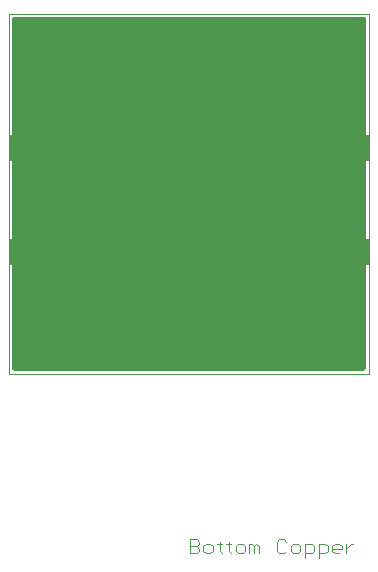
<source format=gbr>
G04 EAGLE Gerber RS-274X export*
G75*
%MOIN*%
%FSLAX34Y34*%
%LPD*%
%INBottom Copper*%
%IPPOS*%
%AMOC8*
5,1,8,0,0,1.08239X$1,22.5*%
G01*
%ADD10C,0.000000*%
%ADD11C,0.004000*%
%ADD12R,0.200000X0.090000*%
%ADD13C,0.018000*%
%ADD14C,0.020000*%
%ADD15C,0.145000*%

G36*
X11802Y101D02*
X11802Y101D01*
X11803Y101D01*
X11810Y102D01*
X11818Y102D01*
X11819Y103D01*
X11821Y103D01*
X11828Y105D01*
X11835Y107D01*
X11836Y108D01*
X11838Y108D01*
X11844Y111D01*
X11851Y115D01*
X11852Y116D01*
X11853Y116D01*
X11859Y121D01*
X11865Y125D01*
X11866Y126D01*
X11867Y127D01*
X11872Y132D01*
X11877Y138D01*
X11878Y139D01*
X11879Y140D01*
X11883Y146D01*
X11887Y152D01*
X11888Y154D01*
X11889Y155D01*
X11891Y162D01*
X11894Y168D01*
X11894Y170D01*
X11895Y172D01*
X11897Y179D01*
X11898Y186D01*
X11898Y187D01*
X11899Y189D01*
X11899Y200D01*
X11899Y11800D01*
X11899Y11802D01*
X11899Y11803D01*
X11898Y11810D01*
X11898Y11818D01*
X11897Y11819D01*
X11897Y11821D01*
X11895Y11828D01*
X11893Y11835D01*
X11892Y11836D01*
X11892Y11838D01*
X11889Y11844D01*
X11885Y11851D01*
X11884Y11852D01*
X11884Y11853D01*
X11879Y11859D01*
X11875Y11865D01*
X11874Y11866D01*
X11873Y11867D01*
X11868Y11872D01*
X11862Y11877D01*
X11861Y11878D01*
X11860Y11879D01*
X11854Y11883D01*
X11848Y11887D01*
X11846Y11888D01*
X11845Y11889D01*
X11838Y11891D01*
X11832Y11894D01*
X11830Y11894D01*
X11828Y11895D01*
X11821Y11897D01*
X11814Y11898D01*
X11813Y11898D01*
X11811Y11899D01*
X11800Y11899D01*
X200Y11899D01*
X198Y11899D01*
X197Y11899D01*
X190Y11898D01*
X182Y11898D01*
X181Y11897D01*
X179Y11897D01*
X172Y11895D01*
X165Y11893D01*
X164Y11892D01*
X162Y11892D01*
X156Y11889D01*
X149Y11885D01*
X148Y11884D01*
X147Y11884D01*
X141Y11879D01*
X135Y11875D01*
X134Y11874D01*
X133Y11873D01*
X128Y11868D01*
X123Y11862D01*
X122Y11861D01*
X121Y11860D01*
X117Y11854D01*
X113Y11848D01*
X112Y11846D01*
X111Y11845D01*
X109Y11838D01*
X106Y11832D01*
X106Y11830D01*
X105Y11828D01*
X103Y11821D01*
X102Y11814D01*
X102Y11813D01*
X101Y11811D01*
X101Y11800D01*
X101Y200D01*
X101Y198D01*
X101Y197D01*
X102Y190D01*
X102Y182D01*
X103Y181D01*
X103Y179D01*
X105Y172D01*
X107Y165D01*
X108Y164D01*
X108Y162D01*
X111Y156D01*
X115Y149D01*
X116Y148D01*
X116Y147D01*
X121Y141D01*
X125Y135D01*
X126Y134D01*
X127Y133D01*
X132Y128D01*
X138Y123D01*
X139Y122D01*
X140Y121D01*
X146Y117D01*
X152Y113D01*
X154Y112D01*
X155Y111D01*
X162Y109D01*
X168Y106D01*
X170Y106D01*
X172Y105D01*
X179Y103D01*
X186Y102D01*
X187Y102D01*
X189Y101D01*
X200Y101D01*
X11800Y101D01*
X11802Y101D01*
G37*
D10*
X0Y0D02*
X12000Y0D01*
X12000Y12000D01*
X0Y12000D01*
X0Y0D01*
D11*
X6020Y-5520D02*
X6020Y-5980D01*
X6020Y-5520D02*
X6250Y-5520D01*
X6327Y-5596D01*
X6327Y-5673D01*
X6250Y-5750D01*
X6327Y-5827D01*
X6327Y-5903D01*
X6250Y-5980D01*
X6020Y-5980D01*
X6020Y-5750D02*
X6250Y-5750D01*
X6557Y-5980D02*
X6711Y-5980D01*
X6787Y-5903D01*
X6787Y-5750D01*
X6711Y-5673D01*
X6557Y-5673D01*
X6480Y-5750D01*
X6480Y-5903D01*
X6557Y-5980D01*
X7018Y-5903D02*
X7018Y-5596D01*
X7018Y-5903D02*
X7094Y-5980D01*
X7094Y-5673D02*
X6941Y-5673D01*
X7324Y-5596D02*
X7324Y-5903D01*
X7401Y-5980D01*
X7401Y-5673D02*
X7248Y-5673D01*
X7631Y-5980D02*
X7785Y-5980D01*
X7862Y-5903D01*
X7862Y-5750D01*
X7785Y-5673D01*
X7631Y-5673D01*
X7555Y-5750D01*
X7555Y-5903D01*
X7631Y-5980D01*
X8015Y-5980D02*
X8015Y-5673D01*
X8092Y-5673D01*
X8168Y-5750D01*
X8168Y-5980D01*
X8168Y-5750D02*
X8245Y-5673D01*
X8322Y-5750D01*
X8322Y-5980D01*
X9166Y-5520D02*
X9243Y-5596D01*
X9166Y-5520D02*
X9013Y-5520D01*
X8936Y-5596D01*
X8936Y-5903D01*
X9013Y-5980D01*
X9166Y-5980D01*
X9243Y-5903D01*
X9473Y-5980D02*
X9626Y-5980D01*
X9703Y-5903D01*
X9703Y-5750D01*
X9626Y-5673D01*
X9473Y-5673D01*
X9396Y-5750D01*
X9396Y-5903D01*
X9473Y-5980D01*
X9857Y-6133D02*
X9857Y-5673D01*
X10087Y-5673D01*
X10164Y-5750D01*
X10164Y-5903D01*
X10087Y-5980D01*
X9857Y-5980D01*
X10317Y-6133D02*
X10317Y-5673D01*
X10547Y-5673D01*
X10624Y-5750D01*
X10624Y-5903D01*
X10547Y-5980D01*
X10317Y-5980D01*
X10854Y-5980D02*
X11008Y-5980D01*
X10854Y-5980D02*
X10777Y-5903D01*
X10777Y-5750D01*
X10854Y-5673D01*
X11008Y-5673D01*
X11084Y-5750D01*
X11084Y-5827D01*
X10777Y-5827D01*
X11238Y-5980D02*
X11238Y-5673D01*
X11391Y-5673D02*
X11238Y-5827D01*
X11391Y-5673D02*
X11468Y-5673D01*
D10*
X0Y3600D02*
X0Y8000D01*
D12*
X1010Y4060D03*
X1010Y7540D03*
D10*
X12000Y8000D02*
X12000Y3600D01*
D12*
X10990Y7540D03*
X10990Y4060D03*
D13*
X6050Y6000D03*
X6090Y6580D03*
X5930Y6450D03*
X6060Y6310D03*
X5950Y6160D03*
X5950Y5840D03*
X6050Y5680D03*
X5930Y5490D03*
X6120Y5360D03*
X5450Y6200D03*
D14*
X5250Y6280D03*
X4970Y6280D03*
X4670Y6280D03*
X4370Y6280D03*
X4070Y6280D03*
X3770Y6280D03*
X3470Y6280D03*
X3170Y6280D03*
X2870Y6280D03*
X2570Y6280D03*
X2270Y6280D03*
X1970Y6280D03*
X1670Y6280D03*
X1370Y6280D03*
X1070Y6280D03*
X770Y6280D03*
X470Y6280D03*
X470Y5320D03*
X770Y5320D03*
X1070Y5320D03*
X1370Y5320D03*
X1670Y5320D03*
X1970Y5320D03*
X2870Y5320D03*
X3170Y5320D03*
X3470Y5320D03*
X3770Y5320D03*
X4370Y5320D03*
X4670Y5320D03*
X4970Y5320D03*
X5270Y5320D03*
D13*
X6290Y5210D03*
D14*
X11530Y6280D03*
X11230Y6280D03*
X10930Y6280D03*
X10630Y6280D03*
X10330Y6280D03*
X10030Y6280D03*
X9730Y6280D03*
X9430Y6280D03*
X9130Y6280D03*
X8850Y6280D03*
X7930Y6280D03*
X7630Y6280D03*
X7380Y6280D03*
D13*
X6550Y6280D03*
D14*
X11530Y5320D03*
X11230Y5320D03*
X10930Y5320D03*
X10630Y5320D03*
X10330Y5320D03*
X10030Y5320D03*
X9730Y5320D03*
X9430Y5320D03*
X9130Y5320D03*
X8830Y5320D03*
X8530Y5320D03*
X8230Y5320D03*
X7630Y5320D03*
X7330Y5320D03*
X7030Y5320D03*
X6730Y5320D03*
X6470Y5370D03*
X10130Y7170D03*
X10530Y7170D03*
X10930Y7170D03*
X11330Y7170D03*
X10130Y7970D03*
X10530Y7970D03*
X10930Y7970D03*
X11330Y7970D03*
X10130Y4430D03*
X10530Y4430D03*
X10130Y3630D03*
X10530Y3630D03*
X10930Y3630D03*
X10930Y4430D03*
X11330Y3630D03*
X11330Y4430D03*
X1870Y4430D03*
X1470Y4430D03*
X1070Y4430D03*
X670Y4430D03*
X670Y3630D03*
X1070Y3630D03*
X1470Y3630D03*
X1870Y3630D03*
X1870Y7970D03*
X1470Y7970D03*
X1070Y7970D03*
X670Y7970D03*
X1870Y7170D03*
X1470Y7170D03*
X1070Y7170D03*
X670Y7170D03*
X11630Y4430D03*
X11630Y3630D03*
X11630Y7170D03*
X11630Y7970D03*
X370Y4430D03*
X370Y3630D03*
X370Y7170D03*
X370Y7970D03*
X4900Y6670D03*
X4900Y6940D03*
X4470Y9740D03*
X4470Y10240D03*
X4470Y10740D03*
X4470Y11240D03*
X4470Y11640D03*
X7760Y7910D03*
X7530Y9740D03*
X7530Y10240D03*
X7530Y10740D03*
X7530Y11240D03*
X7530Y11640D03*
X5450Y9540D03*
X6530Y9540D03*
X6530Y8740D03*
X6530Y7240D03*
X6000Y11640D03*
X6000Y11240D03*
X6000Y10740D03*
X6000Y10240D03*
X6000Y9820D03*
X8630Y11340D03*
X3370Y3660D03*
X5370Y3660D03*
X5370Y2660D03*
X5370Y1660D03*
X3370Y1660D03*
X6630Y2660D03*
X6630Y3660D03*
X6630Y4660D03*
X8630Y1660D03*
X8630Y10340D03*
X8630Y8340D03*
X10630Y9340D03*
X1370Y9340D03*
X3370Y10340D03*
X3370Y8340D03*
X3370Y11340D03*
X8100Y6690D03*
D13*
X5790Y5310D03*
D14*
X6280Y5540D03*
X5700Y5530D03*
X5520Y5370D03*
D15*
X11000Y1000D03*
X1000Y1000D03*
X1000Y11000D03*
X11000Y11000D03*
D14*
X7930Y5320D03*
X4070Y5320D03*
X3370Y2660D03*
X1370Y2660D03*
X8630Y2660D03*
X6100Y7240D03*
X6100Y6850D03*
X8550Y6280D03*
X8250Y6280D03*
X7760Y7650D03*
X5620Y8970D03*
X4970Y8340D03*
X2270Y5320D03*
X2570Y5320D03*
X7760Y7060D03*
X7760Y7330D03*
X6100Y7690D03*
X6530Y7700D03*
X5370Y4660D03*
X8630Y3660D03*
X3370Y7340D03*
X8630Y7340D03*
M02*

</source>
